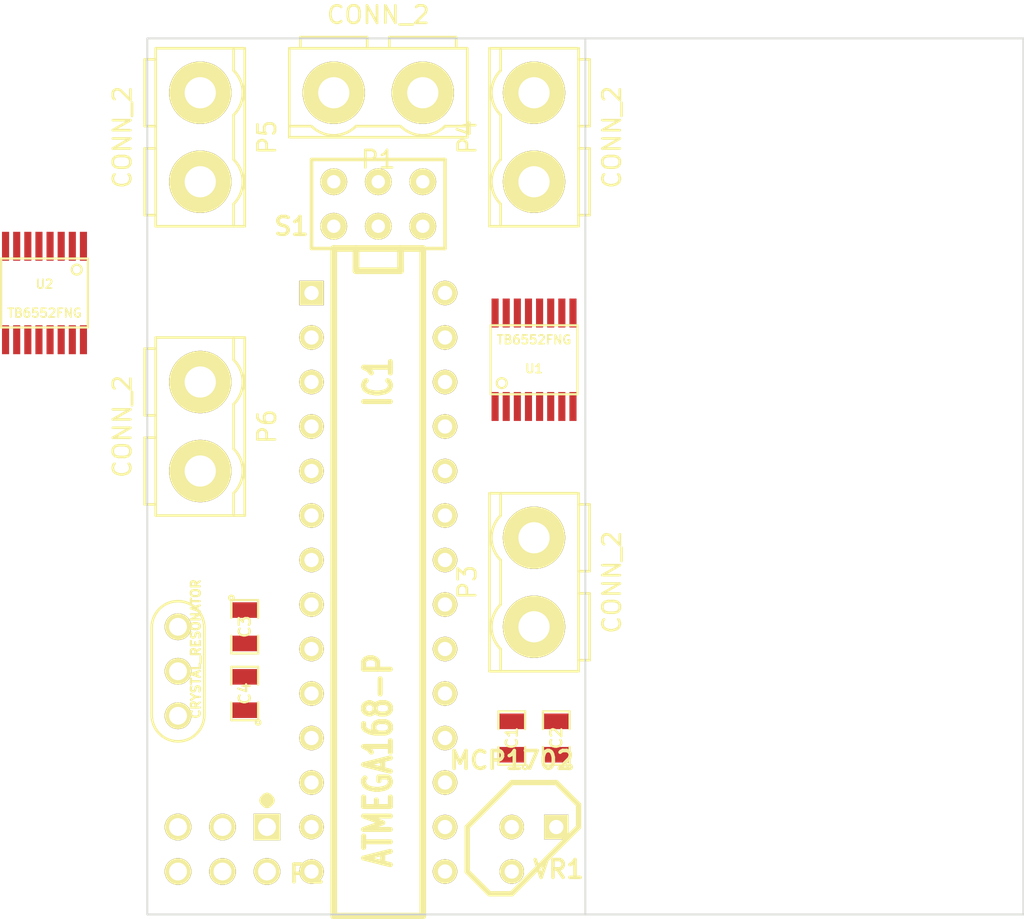
<source format=kicad_pcb>
(kicad_pcb (version 3) (host pcbnew "(2013-dec-23)-stable")

  (general
    (links 56)
    (no_connects 56)
    (area 29.949999 34.949999 80.050001 85.050001)
    (thickness 1.6)
    (drawings 5)
    (tracks 0)
    (zones 0)
    (modules 16)
    (nets 35)
  )

  (page A3)
  (layers
    (15 F.Cu signal)
    (0 B.Cu signal)
    (16 B.Adhes user)
    (17 F.Adhes user)
    (18 B.Paste user)
    (19 F.Paste user)
    (20 B.SilkS user)
    (21 F.SilkS user)
    (22 B.Mask user)
    (23 F.Mask user)
    (24 Dwgs.User user)
    (25 Cmts.User user)
    (26 Eco1.User user)
    (27 Eco2.User user)
    (28 Edge.Cuts user)
  )

  (setup
    (last_trace_width 0.254)
    (user_trace_width 0.508)
    (user_trace_width 0.635)
    (user_trace_width 0.762)
    (user_trace_width 0.889)
    (user_trace_width 1.016)
    (user_trace_width 1.143)
    (trace_clearance 0.254)
    (zone_clearance 0.508)
    (zone_45_only no)
    (trace_min 0.254)
    (segment_width 0.2)
    (edge_width 0.1)
    (via_size 0.889)
    (via_drill 0.635)
    (via_min_size 0.762)
    (via_min_drill 0.508)
    (uvia_size 0.508)
    (uvia_drill 0.127)
    (uvias_allowed no)
    (uvia_min_size 0.508)
    (uvia_min_drill 0.127)
    (pcb_text_width 0.3)
    (pcb_text_size 1.5 1.5)
    (mod_edge_width 0.15)
    (mod_text_size 1 1)
    (mod_text_width 0.15)
    (pad_size 1.524 1.524)
    (pad_drill 1.016)
    (pad_to_mask_clearance 0)
    (aux_axis_origin 0 0)
    (visible_elements FFFFFFBF)
    (pcbplotparams
      (layerselection 3178497)
      (usegerberextensions true)
      (excludeedgelayer true)
      (linewidth 0.150000)
      (plotframeref false)
      (viasonmask false)
      (mode 1)
      (useauxorigin false)
      (hpglpennumber 1)
      (hpglpenspeed 20)
      (hpglpendiameter 15)
      (hpglpenoverlay 2)
      (psnegative false)
      (psa4output false)
      (plotreference true)
      (plotvalue true)
      (plotothertext true)
      (plotinvisibletext false)
      (padsonsilk false)
      (subtractmaskfromsilk false)
      (outputformat 1)
      (mirror false)
      (drillshape 1)
      (scaleselection 1)
      (outputdirectory ""))
  )

  (net 0 "")
  (net 1 +3.3V)
  (net 2 +6V)
  (net 3 +BATT)
  (net 4 /AIN1)
  (net 5 /AIN2)
  (net 6 /AO1)
  (net 7 /AO2)
  (net 8 /APWM)
  (net 9 /BIN1)
  (net 10 /BIN2)
  (net 11 /BO1)
  (net 12 /BO2)
  (net 13 /BPWM)
  (net 14 /CIN1)
  (net 15 /CIN2)
  (net 16 /CO1)
  (net 17 /CO2)
  (net 18 /CPWM)
  (net 19 /DIN1)
  (net 20 /DIN2)
  (net 21 /DO1)
  (net 22 /DO2)
  (net 23 /DPWM)
  (net 24 /MISO)
  (net 25 /MOSI)
  (net 26 /RESET)
  (net 27 /SCK)
  (net 28 /XTAL1)
  (net 29 /XTAL2)
  (net 30 AGND)
  (net 31 GND)
  (net 32 N-0000020)
  (net 33 N-000004)
  (net 34 VCC)

  (net_class Default "This is the default net class."
    (clearance 0.254)
    (trace_width 0.254)
    (via_dia 0.889)
    (via_drill 0.635)
    (uvia_dia 0.508)
    (uvia_drill 0.127)
    (add_net "")
    (add_net +3.3V)
    (add_net +6V)
    (add_net +BATT)
    (add_net /AIN1)
    (add_net /AIN2)
    (add_net /AO1)
    (add_net /AO2)
    (add_net /APWM)
    (add_net /BIN1)
    (add_net /BIN2)
    (add_net /BO1)
    (add_net /BO2)
    (add_net /BPWM)
    (add_net /CIN1)
    (add_net /CIN2)
    (add_net /CO1)
    (add_net /CO2)
    (add_net /CPWM)
    (add_net /DIN1)
    (add_net /DIN2)
    (add_net /DO1)
    (add_net /DO2)
    (add_net /DPWM)
    (add_net /MISO)
    (add_net /MOSI)
    (add_net /RESET)
    (add_net /SCK)
    (add_net /XTAL1)
    (add_net /XTAL2)
    (add_net AGND)
    (add_net GND)
    (add_net N-0000020)
    (add_net N-000004)
    (add_net VCC)
  )

  (module TO92 (layer F.Cu) (tedit 535DBDA8) (tstamp 535DB727)
    (at 52.07 81.28)
    (descr "Transistor TO92 brochage type BC237")
    (tags "TR TO92")
    (path /535D9051)
    (fp_text reference VR1 (at 1.397 1.143) (layer F.SilkS)
      (effects (font (size 1.016 1.016) (thickness 0.2032)))
    )
    (fp_text value MCP1702 (at -1.27 -5.08) (layer F.SilkS)
      (effects (font (size 1.016 1.016) (thickness 0.2032)))
    )
    (fp_line (start -1.27 2.54) (end 2.54 -1.27) (layer F.SilkS) (width 0.3048))
    (fp_line (start 2.54 -1.27) (end 2.54 -2.54) (layer F.SilkS) (width 0.3048))
    (fp_line (start 2.54 -2.54) (end 1.27 -3.81) (layer F.SilkS) (width 0.3048))
    (fp_line (start 1.27 -3.81) (end -1.27 -3.81) (layer F.SilkS) (width 0.3048))
    (fp_line (start -1.27 -3.81) (end -3.81 -1.27) (layer F.SilkS) (width 0.3048))
    (fp_line (start -3.81 -1.27) (end -3.81 1.27) (layer F.SilkS) (width 0.3048))
    (fp_line (start -3.81 1.27) (end -2.54 2.54) (layer F.SilkS) (width 0.3048))
    (fp_line (start -2.54 2.54) (end -1.27 2.54) (layer F.SilkS) (width 0.3048))
    (pad 1 thru_hole rect (at 1.27 -1.27) (size 1.397 1.397) (drill 0.8128)
      (layers *.Cu *.Mask F.SilkS)
      (net 31 GND)
    )
    (pad 2 thru_hole circle (at -1.27 -1.27) (size 1.397 1.397) (drill 0.8128)
      (layers *.Cu *.Mask F.SilkS)
      (net 33 N-000004)
    )
    (pad 3 thru_hole circle (at -1.27 1.27) (size 1.397 1.397) (drill 0.8128)
      (layers *.Cu *.Mask F.SilkS)
      (net 1 +3.3V)
    )
    (model discret/to98.wrl
      (at (xyz 0 0 0))
      (scale (xyz 1 1 1))
      (rotate (xyz 0 0 0))
    )
  )

  (module ssop-16 (layer F.Cu) (tedit 49E9DD72) (tstamp 535DB740)
    (at 52.07 53.34)
    (descr SSOP-16)
    (path /535D7D50)
    (fp_text reference U1 (at 0 0.508) (layer F.SilkS)
      (effects (font (size 0.50038 0.50038) (thickness 0.09906)))
    )
    (fp_text value TB6552FNG (at 0 -1.143) (layer F.SilkS)
      (effects (font (size 0.50038 0.50038) (thickness 0.09906)))
    )
    (fp_line (start -2.4765 1.9685) (end 2.4765 1.9685) (layer F.SilkS) (width 0.127))
    (fp_line (start 2.4765 1.9685) (end 2.4765 -1.9685) (layer F.SilkS) (width 0.127))
    (fp_line (start 2.4765 -1.9685) (end -2.4765 -1.9685) (layer F.SilkS) (width 0.127))
    (fp_line (start -2.4765 -1.9685) (end -2.4765 1.9685) (layer F.SilkS) (width 0.127))
    (fp_circle (center -1.8415 1.3335) (end -1.9685 1.5875) (layer F.SilkS) (width 0.127))
    (pad 4 smd rect (at -0.3175 2.667) (size 0.4064 1.651)
      (layers F.Cu F.Paste F.Mask)
      (net 8 /APWM)
    )
    (pad 5 smd rect (at 0.3175 2.667) (size 0.4064 1.651)
      (layers F.Cu F.Paste F.Mask)
      (net 1 +3.3V)
    )
    (pad 6 smd rect (at 0.9525 2.667) (size 0.4064 1.651)
      (layers F.Cu F.Paste F.Mask)
      (net 2 +6V)
    )
    (pad 7 smd rect (at 1.5875 2.667) (size 0.4064 1.651)
      (layers F.Cu F.Paste F.Mask)
      (net 6 /AO1)
    )
    (pad 16 smd rect (at -2.2225 -2.667) (size 0.4064 1.651)
      (layers F.Cu F.Paste F.Mask)
      (net 1 +3.3V)
    )
    (pad 1 smd rect (at -2.2225 2.667) (size 0.4064 1.651)
      (layers F.Cu F.Paste F.Mask)
      (net 31 GND)
    )
    (pad 2 smd rect (at -1.5875 2.667) (size 0.4064 1.651)
      (layers F.Cu F.Paste F.Mask)
      (net 4 /AIN1)
    )
    (pad 3 smd rect (at -0.9525 2.667) (size 0.4064 1.651)
      (layers F.Cu F.Paste F.Mask)
      (net 5 /AIN2)
    )
    (pad 9 smd rect (at 2.2225 -2.667) (size 0.4064 1.651)
      (layers F.Cu F.Paste F.Mask)
      (net 30 AGND)
    )
    (pad 10 smd rect (at 1.5875 -2.667) (size 0.4064 1.651)
      (layers F.Cu F.Paste F.Mask)
      (net 12 /BO2)
    )
    (pad 11 smd rect (at 0.9525 -2.667) (size 0.4064 1.651)
      (layers F.Cu F.Paste F.Mask)
      (net 11 /BO1)
    )
    (pad 12 smd rect (at 0.3175 -2.667) (size 0.4064 1.651)
      (layers F.Cu F.Paste F.Mask)
      (net 1 +3.3V)
    )
    (pad 13 smd rect (at -0.3175 -2.667) (size 0.4064 1.651)
      (layers F.Cu F.Paste F.Mask)
      (net 13 /BPWM)
    )
    (pad 14 smd rect (at -0.9525 -2.667) (size 0.4064 1.651)
      (layers F.Cu F.Paste F.Mask)
      (net 10 /BIN2)
    )
    (pad 8 smd rect (at 2.2225 2.667) (size 0.4064 1.651)
      (layers F.Cu F.Paste F.Mask)
      (net 7 /AO2)
    )
    (pad 15 smd rect (at -1.5875 -2.667) (size 0.4064 1.651)
      (layers F.Cu F.Paste F.Mask)
      (net 9 /BIN1)
    )
    (model smd/smd_dil/ssop-16.wrl
      (at (xyz 0 0 0))
      (scale (xyz 1 1 1))
      (rotate (xyz 0 0 0))
    )
  )

  (module ssop-16 (layer F.Cu) (tedit 49E9DD72) (tstamp 535DB759)
    (at 24.13 49.53 180)
    (descr SSOP-16)
    (path /535D7D5D)
    (fp_text reference U2 (at 0 0.508 180) (layer F.SilkS)
      (effects (font (size 0.50038 0.50038) (thickness 0.09906)))
    )
    (fp_text value TB6552FNG (at 0 -1.143 180) (layer F.SilkS)
      (effects (font (size 0.50038 0.50038) (thickness 0.09906)))
    )
    (fp_line (start -2.4765 1.9685) (end 2.4765 1.9685) (layer F.SilkS) (width 0.127))
    (fp_line (start 2.4765 1.9685) (end 2.4765 -1.9685) (layer F.SilkS) (width 0.127))
    (fp_line (start 2.4765 -1.9685) (end -2.4765 -1.9685) (layer F.SilkS) (width 0.127))
    (fp_line (start -2.4765 -1.9685) (end -2.4765 1.9685) (layer F.SilkS) (width 0.127))
    (fp_circle (center -1.8415 1.3335) (end -1.9685 1.5875) (layer F.SilkS) (width 0.127))
    (pad 4 smd rect (at -0.3175 2.667 180) (size 0.4064 1.651)
      (layers F.Cu F.Paste F.Mask)
      (net 18 /CPWM)
    )
    (pad 5 smd rect (at 0.3175 2.667 180) (size 0.4064 1.651)
      (layers F.Cu F.Paste F.Mask)
      (net 1 +3.3V)
    )
    (pad 6 smd rect (at 0.9525 2.667 180) (size 0.4064 1.651)
      (layers F.Cu F.Paste F.Mask)
      (net 2 +6V)
    )
    (pad 7 smd rect (at 1.5875 2.667 180) (size 0.4064 1.651)
      (layers F.Cu F.Paste F.Mask)
      (net 16 /CO1)
    )
    (pad 16 smd rect (at -2.2225 -2.667 180) (size 0.4064 1.651)
      (layers F.Cu F.Paste F.Mask)
      (net 1 +3.3V)
    )
    (pad 1 smd rect (at -2.2225 2.667 180) (size 0.4064 1.651)
      (layers F.Cu F.Paste F.Mask)
      (net 31 GND)
    )
    (pad 2 smd rect (at -1.5875 2.667 180) (size 0.4064 1.651)
      (layers F.Cu F.Paste F.Mask)
      (net 14 /CIN1)
    )
    (pad 3 smd rect (at -0.9525 2.667 180) (size 0.4064 1.651)
      (layers F.Cu F.Paste F.Mask)
      (net 15 /CIN2)
    )
    (pad 9 smd rect (at 2.2225 -2.667 180) (size 0.4064 1.651)
      (layers F.Cu F.Paste F.Mask)
      (net 30 AGND)
    )
    (pad 10 smd rect (at 1.5875 -2.667 180) (size 0.4064 1.651)
      (layers F.Cu F.Paste F.Mask)
      (net 22 /DO2)
    )
    (pad 11 smd rect (at 0.9525 -2.667 180) (size 0.4064 1.651)
      (layers F.Cu F.Paste F.Mask)
      (net 21 /DO1)
    )
    (pad 12 smd rect (at 0.3175 -2.667 180) (size 0.4064 1.651)
      (layers F.Cu F.Paste F.Mask)
      (net 1 +3.3V)
    )
    (pad 13 smd rect (at -0.3175 -2.667 180) (size 0.4064 1.651)
      (layers F.Cu F.Paste F.Mask)
      (net 23 /DPWM)
    )
    (pad 14 smd rect (at -0.9525 -2.667 180) (size 0.4064 1.651)
      (layers F.Cu F.Paste F.Mask)
      (net 20 /DIN2)
    )
    (pad 8 smd rect (at 2.2225 2.667 180) (size 0.4064 1.651)
      (layers F.Cu F.Paste F.Mask)
      (net 17 /CO2)
    )
    (pad 15 smd rect (at -1.5875 -2.667 180) (size 0.4064 1.651)
      (layers F.Cu F.Paste F.Mask)
      (net 19 /DIN1)
    )
    (model smd/smd_dil/ssop-16.wrl
      (at (xyz 0 0 0))
      (scale (xyz 1 1 1))
      (rotate (xyz 0 0 0))
    )
  )

  (module SM0805 (layer F.Cu) (tedit 42806E04) (tstamp 535DB766)
    (at 50.8 74.93 90)
    (path /535D906F)
    (attr smd)
    (fp_text reference C1 (at 0 0 90) (layer F.SilkS)
      (effects (font (size 0.635 0.635) (thickness 0.127)))
    )
    (fp_text value C (at 0 0 90) (layer F.SilkS) hide
      (effects (font (size 0.635 0.635) (thickness 0.127)))
    )
    (fp_circle (center -1.651 0.762) (end -1.651 0.635) (layer F.SilkS) (width 0.127))
    (fp_line (start -0.508 0.762) (end -1.524 0.762) (layer F.SilkS) (width 0.127))
    (fp_line (start -1.524 0.762) (end -1.524 -0.762) (layer F.SilkS) (width 0.127))
    (fp_line (start -1.524 -0.762) (end -0.508 -0.762) (layer F.SilkS) (width 0.127))
    (fp_line (start 0.508 -0.762) (end 1.524 -0.762) (layer F.SilkS) (width 0.127))
    (fp_line (start 1.524 -0.762) (end 1.524 0.762) (layer F.SilkS) (width 0.127))
    (fp_line (start 1.524 0.762) (end 0.508 0.762) (layer F.SilkS) (width 0.127))
    (pad 1 smd rect (at -0.9525 0 90) (size 0.889 1.397)
      (layers F.Cu F.Paste F.Mask)
      (net 1 +3.3V)
    )
    (pad 2 smd rect (at 0.9525 0 90) (size 0.889 1.397)
      (layers F.Cu F.Paste F.Mask)
      (net 31 GND)
    )
    (model smd/chip_cms.wrl
      (at (xyz 0 0 0))
      (scale (xyz 0.1 0.1 0.1))
      (rotate (xyz 0 0 0))
    )
  )

  (module SM0805 (layer F.Cu) (tedit 42806E04) (tstamp 535DB773)
    (at 53.34 74.93 90)
    (path /535D907C)
    (attr smd)
    (fp_text reference C2 (at 0 0 90) (layer F.SilkS)
      (effects (font (size 0.635 0.635) (thickness 0.127)))
    )
    (fp_text value C (at 0 0 90) (layer F.SilkS) hide
      (effects (font (size 0.635 0.635) (thickness 0.127)))
    )
    (fp_circle (center -1.651 0.762) (end -1.651 0.635) (layer F.SilkS) (width 0.127))
    (fp_line (start -0.508 0.762) (end -1.524 0.762) (layer F.SilkS) (width 0.127))
    (fp_line (start -1.524 0.762) (end -1.524 -0.762) (layer F.SilkS) (width 0.127))
    (fp_line (start -1.524 -0.762) (end -0.508 -0.762) (layer F.SilkS) (width 0.127))
    (fp_line (start 0.508 -0.762) (end 1.524 -0.762) (layer F.SilkS) (width 0.127))
    (fp_line (start 1.524 -0.762) (end 1.524 0.762) (layer F.SilkS) (width 0.127))
    (fp_line (start 1.524 0.762) (end 0.508 0.762) (layer F.SilkS) (width 0.127))
    (pad 1 smd rect (at -0.9525 0 90) (size 0.889 1.397)
      (layers F.Cu F.Paste F.Mask)
      (net 33 N-000004)
    )
    (pad 2 smd rect (at 0.9525 0 90) (size 0.889 1.397)
      (layers F.Cu F.Paste F.Mask)
      (net 31 GND)
    )
    (model smd/chip_cms.wrl
      (at (xyz 0 0 0))
      (scale (xyz 0.1 0.1 0.1))
      (rotate (xyz 0 0 0))
    )
  )

  (module SM0805 (layer F.Cu) (tedit 42806E04) (tstamp 535DB780)
    (at 35.56 72.39 90)
    (path /535DA63E)
    (attr smd)
    (fp_text reference C4 (at 0 0 90) (layer F.SilkS)
      (effects (font (size 0.635 0.635) (thickness 0.127)))
    )
    (fp_text value C (at 0 0 90) (layer F.SilkS) hide
      (effects (font (size 0.635 0.635) (thickness 0.127)))
    )
    (fp_circle (center -1.651 0.762) (end -1.651 0.635) (layer F.SilkS) (width 0.127))
    (fp_line (start -0.508 0.762) (end -1.524 0.762) (layer F.SilkS) (width 0.127))
    (fp_line (start -1.524 0.762) (end -1.524 -0.762) (layer F.SilkS) (width 0.127))
    (fp_line (start -1.524 -0.762) (end -0.508 -0.762) (layer F.SilkS) (width 0.127))
    (fp_line (start 0.508 -0.762) (end 1.524 -0.762) (layer F.SilkS) (width 0.127))
    (fp_line (start 1.524 -0.762) (end 1.524 0.762) (layer F.SilkS) (width 0.127))
    (fp_line (start 1.524 0.762) (end 0.508 0.762) (layer F.SilkS) (width 0.127))
    (pad 1 smd rect (at -0.9525 0 90) (size 0.889 1.397)
      (layers F.Cu F.Paste F.Mask)
      (net 29 /XTAL2)
    )
    (pad 2 smd rect (at 0.9525 0 90) (size 0.889 1.397)
      (layers F.Cu F.Paste F.Mask)
      (net 31 GND)
    )
    (model smd/chip_cms.wrl
      (at (xyz 0 0 0))
      (scale (xyz 0.1 0.1 0.1))
      (rotate (xyz 0 0 0))
    )
  )

  (module SM0805 (layer F.Cu) (tedit 42806E04) (tstamp 535DB78D)
    (at 35.56 68.58 270)
    (path /535DA64B)
    (attr smd)
    (fp_text reference C3 (at 0 0 270) (layer F.SilkS)
      (effects (font (size 0.635 0.635) (thickness 0.127)))
    )
    (fp_text value C (at 0 0 270) (layer F.SilkS) hide
      (effects (font (size 0.635 0.635) (thickness 0.127)))
    )
    (fp_circle (center -1.651 0.762) (end -1.651 0.635) (layer F.SilkS) (width 0.127))
    (fp_line (start -0.508 0.762) (end -1.524 0.762) (layer F.SilkS) (width 0.127))
    (fp_line (start -1.524 0.762) (end -1.524 -0.762) (layer F.SilkS) (width 0.127))
    (fp_line (start -1.524 -0.762) (end -0.508 -0.762) (layer F.SilkS) (width 0.127))
    (fp_line (start 0.508 -0.762) (end 1.524 -0.762) (layer F.SilkS) (width 0.127))
    (fp_line (start 1.524 -0.762) (end 1.524 0.762) (layer F.SilkS) (width 0.127))
    (fp_line (start 1.524 0.762) (end 0.508 0.762) (layer F.SilkS) (width 0.127))
    (pad 1 smd rect (at -0.9525 0 270) (size 0.889 1.397)
      (layers F.Cu F.Paste F.Mask)
      (net 28 /XTAL1)
    )
    (pad 2 smd rect (at 0.9525 0 270) (size 0.889 1.397)
      (layers F.Cu F.Paste F.Mask)
      (net 31 GND)
    )
    (model smd/chip_cms.wrl
      (at (xyz 0 0 0))
      (scale (xyz 0.1 0.1 0.1))
      (rotate (xyz 0 0 0))
    )
  )

  (module SCREW_TERMINAL_2 (layer F.Cu) (tedit 535DB3FF) (tstamp 535DB7A2)
    (at 43.18 38.1 180)
    (path /535D9DD4)
    (fp_text reference P1 (at 0 -3.81 180) (layer F.SilkS)
      (effects (font (size 1 1) (thickness 0.15)))
    )
    (fp_text value CONN_2 (at 0 4.445 180) (layer F.SilkS)
      (effects (font (size 1 1) (thickness 0.15)))
    )
    (fp_line (start 0.635 2.54) (end 0.635 3.175) (layer F.SilkS) (width 0.15))
    (fp_line (start 0.635 3.175) (end 4.445 3.175) (layer F.SilkS) (width 0.15))
    (fp_line (start 4.445 3.175) (end 4.445 2.54) (layer F.SilkS) (width 0.15))
    (fp_line (start -4.445 3.175) (end -0.635 3.175) (layer F.SilkS) (width 0.15))
    (fp_line (start -0.635 3.175) (end -0.635 2.54) (layer F.SilkS) (width 0.15))
    (fp_line (start -4.445 2.54) (end -4.445 3.175) (layer F.SilkS) (width 0.15))
    (fp_line (start 3.81 -1.905) (end 5.08 -1.905) (layer F.SilkS) (width 0.15))
    (fp_line (start -3.81 -1.905) (end -5.08 -1.905) (layer F.SilkS) (width 0.15))
    (fp_line (start -1.27 -1.905) (end 1.27 -1.905) (layer F.SilkS) (width 0.15))
    (fp_line (start -5.08 -2.54) (end 5.08 -2.54) (layer F.SilkS) (width 0.15))
    (fp_arc (start 2.54 -0.635) (end 1.27 -1.905) (angle 90) (layer F.SilkS) (width 0.15))
    (fp_arc (start -2.54 -0.635) (end -3.81 -1.905) (angle 90) (layer F.SilkS) (width 0.15))
    (fp_line (start -5.08 -2.54) (end -5.08 2.54) (layer F.SilkS) (width 0.15))
    (fp_line (start -5.08 2.54) (end 5.08 2.54) (layer F.SilkS) (width 0.15))
    (fp_line (start 5.08 2.54) (end 5.08 -2.54) (layer F.SilkS) (width 0.15))
    (pad 1 thru_hole circle (at -2.54 0 180) (size 3.556 3.556) (drill 1.778)
      (layers *.Cu *.Mask F.SilkS)
      (net 3 +BATT)
    )
    (pad 2 thru_hole circle (at 2.54 0 180) (size 3.556 3.556) (drill 1.778)
      (layers *.Cu *.Mask F.SilkS)
      (net 31 GND)
    )
  )

  (module SCREW_TERMINAL_2 (layer F.Cu) (tedit 535DB3FF) (tstamp 535DB7B7)
    (at 52.07 66.04 90)
    (path /535DA6FC)
    (fp_text reference P3 (at 0 -3.81 90) (layer F.SilkS)
      (effects (font (size 1 1) (thickness 0.15)))
    )
    (fp_text value CONN_2 (at 0 4.445 90) (layer F.SilkS)
      (effects (font (size 1 1) (thickness 0.15)))
    )
    (fp_line (start 0.635 2.54) (end 0.635 3.175) (layer F.SilkS) (width 0.15))
    (fp_line (start 0.635 3.175) (end 4.445 3.175) (layer F.SilkS) (width 0.15))
    (fp_line (start 4.445 3.175) (end 4.445 2.54) (layer F.SilkS) (width 0.15))
    (fp_line (start -4.445 3.175) (end -0.635 3.175) (layer F.SilkS) (width 0.15))
    (fp_line (start -0.635 3.175) (end -0.635 2.54) (layer F.SilkS) (width 0.15))
    (fp_line (start -4.445 2.54) (end -4.445 3.175) (layer F.SilkS) (width 0.15))
    (fp_line (start 3.81 -1.905) (end 5.08 -1.905) (layer F.SilkS) (width 0.15))
    (fp_line (start -3.81 -1.905) (end -5.08 -1.905) (layer F.SilkS) (width 0.15))
    (fp_line (start -1.27 -1.905) (end 1.27 -1.905) (layer F.SilkS) (width 0.15))
    (fp_line (start -5.08 -2.54) (end 5.08 -2.54) (layer F.SilkS) (width 0.15))
    (fp_arc (start 2.54 -0.635) (end 1.27 -1.905) (angle 90) (layer F.SilkS) (width 0.15))
    (fp_arc (start -2.54 -0.635) (end -3.81 -1.905) (angle 90) (layer F.SilkS) (width 0.15))
    (fp_line (start -5.08 -2.54) (end -5.08 2.54) (layer F.SilkS) (width 0.15))
    (fp_line (start -5.08 2.54) (end 5.08 2.54) (layer F.SilkS) (width 0.15))
    (fp_line (start 5.08 2.54) (end 5.08 -2.54) (layer F.SilkS) (width 0.15))
    (pad 1 thru_hole circle (at -2.54 0 90) (size 3.556 3.556) (drill 1.778)
      (layers *.Cu *.Mask F.SilkS)
      (net 6 /AO1)
    )
    (pad 2 thru_hole circle (at 2.54 0 90) (size 3.556 3.556) (drill 1.778)
      (layers *.Cu *.Mask F.SilkS)
      (net 7 /AO2)
    )
  )

  (module SCREW_TERMINAL_2 (layer F.Cu) (tedit 535DB3FF) (tstamp 535DB7CC)
    (at 52.07 40.64 90)
    (path /535DA709)
    (fp_text reference P4 (at 0 -3.81 90) (layer F.SilkS)
      (effects (font (size 1 1) (thickness 0.15)))
    )
    (fp_text value CONN_2 (at 0 4.445 90) (layer F.SilkS)
      (effects (font (size 1 1) (thickness 0.15)))
    )
    (fp_line (start 0.635 2.54) (end 0.635 3.175) (layer F.SilkS) (width 0.15))
    (fp_line (start 0.635 3.175) (end 4.445 3.175) (layer F.SilkS) (width 0.15))
    (fp_line (start 4.445 3.175) (end 4.445 2.54) (layer F.SilkS) (width 0.15))
    (fp_line (start -4.445 3.175) (end -0.635 3.175) (layer F.SilkS) (width 0.15))
    (fp_line (start -0.635 3.175) (end -0.635 2.54) (layer F.SilkS) (width 0.15))
    (fp_line (start -4.445 2.54) (end -4.445 3.175) (layer F.SilkS) (width 0.15))
    (fp_line (start 3.81 -1.905) (end 5.08 -1.905) (layer F.SilkS) (width 0.15))
    (fp_line (start -3.81 -1.905) (end -5.08 -1.905) (layer F.SilkS) (width 0.15))
    (fp_line (start -1.27 -1.905) (end 1.27 -1.905) (layer F.SilkS) (width 0.15))
    (fp_line (start -5.08 -2.54) (end 5.08 -2.54) (layer F.SilkS) (width 0.15))
    (fp_arc (start 2.54 -0.635) (end 1.27 -1.905) (angle 90) (layer F.SilkS) (width 0.15))
    (fp_arc (start -2.54 -0.635) (end -3.81 -1.905) (angle 90) (layer F.SilkS) (width 0.15))
    (fp_line (start -5.08 -2.54) (end -5.08 2.54) (layer F.SilkS) (width 0.15))
    (fp_line (start -5.08 2.54) (end 5.08 2.54) (layer F.SilkS) (width 0.15))
    (fp_line (start 5.08 2.54) (end 5.08 -2.54) (layer F.SilkS) (width 0.15))
    (pad 1 thru_hole circle (at -2.54 0 90) (size 3.556 3.556) (drill 1.778)
      (layers *.Cu *.Mask F.SilkS)
      (net 11 /BO1)
    )
    (pad 2 thru_hole circle (at 2.54 0 90) (size 3.556 3.556) (drill 1.778)
      (layers *.Cu *.Mask F.SilkS)
      (net 12 /BO2)
    )
  )

  (module SCREW_TERMINAL_2 (layer F.Cu) (tedit 535DB3FF) (tstamp 535DB7E1)
    (at 33.02 40.64 270)
    (path /535DA70F)
    (fp_text reference P5 (at 0 -3.81 270) (layer F.SilkS)
      (effects (font (size 1 1) (thickness 0.15)))
    )
    (fp_text value CONN_2 (at 0 4.445 270) (layer F.SilkS)
      (effects (font (size 1 1) (thickness 0.15)))
    )
    (fp_line (start 0.635 2.54) (end 0.635 3.175) (layer F.SilkS) (width 0.15))
    (fp_line (start 0.635 3.175) (end 4.445 3.175) (layer F.SilkS) (width 0.15))
    (fp_line (start 4.445 3.175) (end 4.445 2.54) (layer F.SilkS) (width 0.15))
    (fp_line (start -4.445 3.175) (end -0.635 3.175) (layer F.SilkS) (width 0.15))
    (fp_line (start -0.635 3.175) (end -0.635 2.54) (layer F.SilkS) (width 0.15))
    (fp_line (start -4.445 2.54) (end -4.445 3.175) (layer F.SilkS) (width 0.15))
    (fp_line (start 3.81 -1.905) (end 5.08 -1.905) (layer F.SilkS) (width 0.15))
    (fp_line (start -3.81 -1.905) (end -5.08 -1.905) (layer F.SilkS) (width 0.15))
    (fp_line (start -1.27 -1.905) (end 1.27 -1.905) (layer F.SilkS) (width 0.15))
    (fp_line (start -5.08 -2.54) (end 5.08 -2.54) (layer F.SilkS) (width 0.15))
    (fp_arc (start 2.54 -0.635) (end 1.27 -1.905) (angle 90) (layer F.SilkS) (width 0.15))
    (fp_arc (start -2.54 -0.635) (end -3.81 -1.905) (angle 90) (layer F.SilkS) (width 0.15))
    (fp_line (start -5.08 -2.54) (end -5.08 2.54) (layer F.SilkS) (width 0.15))
    (fp_line (start -5.08 2.54) (end 5.08 2.54) (layer F.SilkS) (width 0.15))
    (fp_line (start 5.08 2.54) (end 5.08 -2.54) (layer F.SilkS) (width 0.15))
    (pad 1 thru_hole circle (at -2.54 0 270) (size 3.556 3.556) (drill 1.778)
      (layers *.Cu *.Mask F.SilkS)
      (net 16 /CO1)
    )
    (pad 2 thru_hole circle (at 2.54 0 270) (size 3.556 3.556) (drill 1.778)
      (layers *.Cu *.Mask F.SilkS)
      (net 17 /CO2)
    )
  )

  (module SCREW_TERMINAL_2 (layer F.Cu) (tedit 535DB3FF) (tstamp 535DB7F6)
    (at 33.02 57.15 270)
    (path /535DA715)
    (fp_text reference P6 (at 0 -3.81 270) (layer F.SilkS)
      (effects (font (size 1 1) (thickness 0.15)))
    )
    (fp_text value CONN_2 (at 0 4.445 270) (layer F.SilkS)
      (effects (font (size 1 1) (thickness 0.15)))
    )
    (fp_line (start 0.635 2.54) (end 0.635 3.175) (layer F.SilkS) (width 0.15))
    (fp_line (start 0.635 3.175) (end 4.445 3.175) (layer F.SilkS) (width 0.15))
    (fp_line (start 4.445 3.175) (end 4.445 2.54) (layer F.SilkS) (width 0.15))
    (fp_line (start -4.445 3.175) (end -0.635 3.175) (layer F.SilkS) (width 0.15))
    (fp_line (start -0.635 3.175) (end -0.635 2.54) (layer F.SilkS) (width 0.15))
    (fp_line (start -4.445 2.54) (end -4.445 3.175) (layer F.SilkS) (width 0.15))
    (fp_line (start 3.81 -1.905) (end 5.08 -1.905) (layer F.SilkS) (width 0.15))
    (fp_line (start -3.81 -1.905) (end -5.08 -1.905) (layer F.SilkS) (width 0.15))
    (fp_line (start -1.27 -1.905) (end 1.27 -1.905) (layer F.SilkS) (width 0.15))
    (fp_line (start -5.08 -2.54) (end 5.08 -2.54) (layer F.SilkS) (width 0.15))
    (fp_arc (start 2.54 -0.635) (end 1.27 -1.905) (angle 90) (layer F.SilkS) (width 0.15))
    (fp_arc (start -2.54 -0.635) (end -3.81 -1.905) (angle 90) (layer F.SilkS) (width 0.15))
    (fp_line (start -5.08 -2.54) (end -5.08 2.54) (layer F.SilkS) (width 0.15))
    (fp_line (start -5.08 2.54) (end 5.08 2.54) (layer F.SilkS) (width 0.15))
    (fp_line (start 5.08 2.54) (end 5.08 -2.54) (layer F.SilkS) (width 0.15))
    (pad 1 thru_hole circle (at -2.54 0 270) (size 3.556 3.556) (drill 1.778)
      (layers *.Cu *.Mask F.SilkS)
      (net 21 /DO1)
    )
    (pad 2 thru_hole circle (at 2.54 0 270) (size 3.556 3.556) (drill 1.778)
      (layers *.Cu *.Mask F.SilkS)
      (net 22 /DO2)
    )
  )

  (module DPDT (layer F.Cu) (tedit 535DBDAC) (tstamp 535DB812)
    (at 43.18 44.45)
    (descr "Double rangee de contacts 2 x 4 pins")
    (tags CONN)
    (path /535DAFA7)
    (fp_text reference S1 (at -4.953 1.27) (layer F.SilkS)
      (effects (font (size 1.016 1.016) (thickness 0.2032)))
    )
    (fp_text value DPDT (at 0 3.81) (layer F.SilkS) hide
      (effects (font (size 1.016 1.016) (thickness 0.2032)))
    )
    (fp_line (start 3.81 2.54) (end -3.81 2.54) (layer F.SilkS) (width 0.2032))
    (fp_line (start -3.81 -2.54) (end 3.81 -2.54) (layer F.SilkS) (width 0.2032))
    (fp_line (start 3.81 -2.54) (end 3.81 2.54) (layer F.SilkS) (width 0.2032))
    (fp_line (start -3.81 2.54) (end -3.81 -2.54) (layer F.SilkS) (width 0.2032))
    (pad 4 thru_hole circle (at -2.54 1.27) (size 1.524 1.524) (drill 0.762)
      (layers *.Cu *.Mask F.SilkS)
      (net 32 N-0000020)
    )
    (pad 1 thru_hole circle (at -2.54 -1.27) (size 1.524 1.524) (drill 0.762)
      (layers *.Cu *.Mask F.SilkS)
      (net 33 N-000004)
    )
    (pad 5 thru_hole circle (at 0 1.27) (size 1.524 1.524) (drill 0.762)
      (layers *.Cu *.Mask F.SilkS)
      (net 34 VCC)
    )
    (pad 2 thru_hole circle (at 0 -1.27) (size 1.524 1.524) (drill 0.762)
      (layers *.Cu *.Mask F.SilkS)
      (net 3 +BATT)
    )
    (pad 6 thru_hole circle (at 2.54 1.27) (size 1.524 1.524) (drill 0.762)
      (layers *.Cu *.Mask F.SilkS)
      (net 1 +3.3V)
    )
    (pad 3 thru_hole circle (at 2.54 -1.27) (size 1.524 1.524) (drill 0.762)
      (layers *.Cu *.Mask F.SilkS)
    )
    (model pin_array/pins_array_3x2.wrl
      (at (xyz 0 0 0))
      (scale (xyz 1 1 1))
      (rotate (xyz 0 0 0))
    )
  )

  (module DIP-28__300 (layer F.Cu) (tedit 200000) (tstamp 535DB844)
    (at 43.18 66.04 270)
    (descr "28 pins DIL package, round pads, width 300mil")
    (tags DIL)
    (path /535D7D65)
    (fp_text reference IC1 (at -11.43 0 270) (layer F.SilkS)
      (effects (font (size 1.524 1.143) (thickness 0.3048)))
    )
    (fp_text value ATMEGA168-P (at 10.16 0 270) (layer F.SilkS)
      (effects (font (size 1.524 1.143) (thickness 0.3048)))
    )
    (fp_line (start -19.05 -2.54) (end 19.05 -2.54) (layer F.SilkS) (width 0.381))
    (fp_line (start 19.05 -2.54) (end 19.05 2.54) (layer F.SilkS) (width 0.381))
    (fp_line (start 19.05 2.54) (end -19.05 2.54) (layer F.SilkS) (width 0.381))
    (fp_line (start -19.05 2.54) (end -19.05 -2.54) (layer F.SilkS) (width 0.381))
    (fp_line (start -19.05 -1.27) (end -17.78 -1.27) (layer F.SilkS) (width 0.381))
    (fp_line (start -17.78 -1.27) (end -17.78 1.27) (layer F.SilkS) (width 0.381))
    (fp_line (start -17.78 1.27) (end -19.05 1.27) (layer F.SilkS) (width 0.381))
    (pad 2 thru_hole circle (at -13.97 3.81 270) (size 1.397 1.397) (drill 0.8128)
      (layers *.Cu *.Mask F.SilkS)
    )
    (pad 3 thru_hole circle (at -11.43 3.81 270) (size 1.397 1.397) (drill 0.8128)
      (layers *.Cu *.Mask F.SilkS)
    )
    (pad 4 thru_hole circle (at -8.89 3.81 270) (size 1.397 1.397) (drill 0.8128)
      (layers *.Cu *.Mask F.SilkS)
      (net 14 /CIN1)
    )
    (pad 5 thru_hole circle (at -6.35 3.81 270) (size 1.397 1.397) (drill 0.8128)
      (layers *.Cu *.Mask F.SilkS)
      (net 15 /CIN2)
    )
    (pad 6 thru_hole circle (at -3.81 3.81 270) (size 1.397 1.397) (drill 0.8128)
      (layers *.Cu *.Mask F.SilkS)
      (net 18 /CPWM)
    )
    (pad 7 thru_hole circle (at -1.27 3.81 270) (size 1.397 1.397) (drill 0.8128)
      (layers *.Cu *.Mask F.SilkS)
      (net 34 VCC)
    )
    (pad 8 thru_hole circle (at 1.27 3.81 270) (size 1.397 1.397) (drill 0.8128)
      (layers *.Cu *.Mask F.SilkS)
      (net 31 GND)
    )
    (pad 9 thru_hole circle (at 3.81 3.81 270) (size 1.397 1.397) (drill 0.8128)
      (layers *.Cu *.Mask F.SilkS)
      (net 28 /XTAL1)
    )
    (pad 10 thru_hole circle (at 6.35 3.81 270) (size 1.397 1.397) (drill 0.8128)
      (layers *.Cu *.Mask F.SilkS)
      (net 29 /XTAL2)
    )
    (pad 11 thru_hole circle (at 8.89 3.81 270) (size 1.397 1.397) (drill 0.8128)
      (layers *.Cu *.Mask F.SilkS)
      (net 19 /DIN1)
    )
    (pad 12 thru_hole circle (at 11.43 3.81 270) (size 1.397 1.397) (drill 0.8128)
      (layers *.Cu *.Mask F.SilkS)
      (net 20 /DIN2)
    )
    (pad 13 thru_hole circle (at 13.97 3.81 270) (size 1.397 1.397) (drill 0.8128)
      (layers *.Cu *.Mask F.SilkS)
      (net 23 /DPWM)
    )
    (pad 14 thru_hole circle (at 16.51 3.81 270) (size 1.397 1.397) (drill 0.8128)
      (layers *.Cu *.Mask F.SilkS)
      (net 4 /AIN1)
    )
    (pad 1 thru_hole rect (at -16.51 3.81 270) (size 1.397 1.397) (drill 0.8128)
      (layers *.Cu *.Mask F.SilkS)
      (net 26 /RESET)
    )
    (pad 15 thru_hole circle (at 16.51 -3.81 270) (size 1.397 1.397) (drill 0.8128)
      (layers *.Cu *.Mask F.SilkS)
      (net 8 /APWM)
    )
    (pad 16 thru_hole circle (at 13.97 -3.81 270) (size 1.397 1.397) (drill 0.8128)
      (layers *.Cu *.Mask F.SilkS)
      (net 5 /AIN2)
    )
    (pad 17 thru_hole circle (at 11.43 -3.81 270) (size 1.397 1.397) (drill 0.8128)
      (layers *.Cu *.Mask F.SilkS)
      (net 25 /MOSI)
    )
    (pad 18 thru_hole circle (at 8.89 -3.81 270) (size 1.397 1.397) (drill 0.8128)
      (layers *.Cu *.Mask F.SilkS)
      (net 24 /MISO)
    )
    (pad 19 thru_hole circle (at 6.35 -3.81 270) (size 1.397 1.397) (drill 0.8128)
      (layers *.Cu *.Mask F.SilkS)
      (net 27 /SCK)
    )
    (pad 20 thru_hole circle (at 3.81 -3.81 270) (size 1.397 1.397) (drill 0.8128)
      (layers *.Cu *.Mask F.SilkS)
      (net 34 VCC)
    )
    (pad 21 thru_hole circle (at 1.27 -3.81 270) (size 1.397 1.397) (drill 0.8128)
      (layers *.Cu *.Mask F.SilkS)
      (net 34 VCC)
    )
    (pad 22 thru_hole circle (at -1.27 -3.81 270) (size 1.397 1.397) (drill 0.8128)
      (layers *.Cu *.Mask F.SilkS)
      (net 31 GND)
    )
    (pad 23 thru_hole circle (at -3.81 -3.81 270) (size 1.397 1.397) (drill 0.8128)
      (layers *.Cu *.Mask F.SilkS)
      (net 9 /BIN1)
    )
    (pad 24 thru_hole circle (at -6.35 -3.81 270) (size 1.397 1.397) (drill 0.8128)
      (layers *.Cu *.Mask F.SilkS)
      (net 10 /BIN2)
    )
    (pad 25 thru_hole circle (at -8.89 -3.81 270) (size 1.397 1.397) (drill 0.8128)
      (layers *.Cu *.Mask F.SilkS)
      (net 13 /BPWM)
    )
    (pad 26 thru_hole circle (at -11.43 -3.81 270) (size 1.397 1.397) (drill 0.8128)
      (layers *.Cu *.Mask F.SilkS)
    )
    (pad 27 thru_hole circle (at -13.97 -3.81 270) (size 1.397 1.397) (drill 0.8128)
      (layers *.Cu *.Mask F.SilkS)
    )
    (pad 28 thru_hole circle (at -16.51 -3.81 270) (size 1.397 1.397) (drill 0.8128)
      (layers *.Cu *.Mask F.SilkS)
    )
    (model dil/dil_28-w300.wrl
      (at (xyz 0 0 0))
      (scale (xyz 1 1 1))
      (rotate (xyz 0 0 0))
    )
  )

  (module ISP (layer F.Cu) (tedit 535DBE91) (tstamp 535DBD7B)
    (at 34.29 81.28 180)
    (descr "ISP Header")
    (tags ISP)
    (path /535DB9B0)
    (fp_text reference P2 (at -4.826 -1.397 180) (layer F.SilkS)
      (effects (font (size 1.016 1.016) (thickness 0.2032)))
    )
    (fp_text value ISP (at 0 3.81 180) (layer F.SilkS) hide
      (effects (font (size 1.016 1.016) (thickness 0.2032)))
    )
    (fp_text user . (at -2.54 3.81 180) (layer F.SilkS)
      (effects (font (size 2.54 2.54) (thickness 0.635)))
    )
    (pad 1 thru_hole rect (at -2.54 1.27 180) (size 1.524 1.524) (drill 1.016)
      (layers *.Cu *.Mask F.SilkS)
      (net 24 /MISO)
    )
    (pad 2 thru_hole circle (at -2.54 -1.27 180) (size 1.524 1.524) (drill 1.016)
      (layers *.Cu *.Mask F.SilkS)
      (net 32 N-0000020)
    )
    (pad 3 thru_hole circle (at 0 1.27 180) (size 1.524 1.524) (drill 1.016)
      (layers *.Cu *.Mask F.SilkS)
      (net 27 /SCK)
    )
    (pad 4 thru_hole circle (at 0 -1.27 180) (size 1.524 1.524) (drill 1.016)
      (layers *.Cu *.Mask F.SilkS)
      (net 25 /MOSI)
    )
    (pad 5 thru_hole circle (at 2.54 1.27 180) (size 1.524 1.524) (drill 1.016)
      (layers *.Cu *.Mask F.SilkS)
      (net 26 /RESET)
    )
    (pad 6 thru_hole circle (at 2.54 -1.27 180) (size 1.524 1.524) (drill 1.016)
      (layers *.Cu *.Mask F.SilkS)
      (net 31 GND)
    )
    (model pin_array/pins_array_3x2.wrl
      (at (xyz 0 0 0))
      (scale (xyz 1 1 1))
      (rotate (xyz 0 0 0))
    )
  )

  (module CRYSTAL_RESONATOR (layer F.Cu) (tedit 535DBA6F) (tstamp 535DB81D)
    (at 31.75 71.12 270)
    (tags "XTAL RESONATOR")
    (path /535DB83E)
    (fp_text reference X1 (at 0.254 -2.159 270) (layer F.SilkS) hide
      (effects (font (size 1.016 1.016) (thickness 0.1524)))
    )
    (fp_text value CRYSTAL_RESONATOR (at -1.27 -1.016 270) (layer F.SilkS)
      (effects (font (size 0.508 0.508) (thickness 0.127)))
    )
    (fp_line (start 2.5 1.5) (end -2.5 1.5) (layer F.SilkS) (width 0.15))
    (fp_line (start -2.5 -1.5) (end 2.5 -1.5) (layer F.SilkS) (width 0.15))
    (fp_arc (start 2.5 0) (end 2.5 -1.5) (angle 180) (layer F.SilkS) (width 0.15))
    (fp_arc (start -2.5 0) (end -2.5 1.5) (angle 180) (layer F.SilkS) (width 0.15))
    (pad 1 thru_hole circle (at -2.54 0 270) (size 1.524 1.524) (drill 1.016)
      (layers *.Cu *.Mask F.SilkS)
      (net 28 /XTAL1)
    )
    (pad 2 thru_hole circle (at 2.54 0 270) (size 1.524 1.524) (drill 1.016)
      (layers *.Cu *.Mask F.SilkS)
      (net 29 /XTAL2)
    )
    (pad 3 thru_hole circle (at 0 0 270) (size 1.524 1.524) (drill 1.016)
      (layers *.Cu *.Mask F.SilkS)
      (net 31 GND)
    )
    (model pin_array/pins_array_3x1.wrl
      (at (xyz 0 0 0))
      (scale (xyz 1 1 1))
      (rotate (xyz 0 0 0))
    )
  )

  (gr_line (start 55 35) (end 55 85) (angle 90) (layer Edge.Cuts) (width 0.1))
  (gr_line (start 30 85) (end 30 35) (angle 90) (layer Edge.Cuts) (width 0.1))
  (gr_line (start 80 85) (end 30 85) (angle 90) (layer Edge.Cuts) (width 0.1))
  (gr_line (start 80 35) (end 80 85) (angle 90) (layer Edge.Cuts) (width 0.1))
  (gr_line (start 30 35) (end 80 35) (angle 90) (layer Edge.Cuts) (width 0.1))

)

</source>
